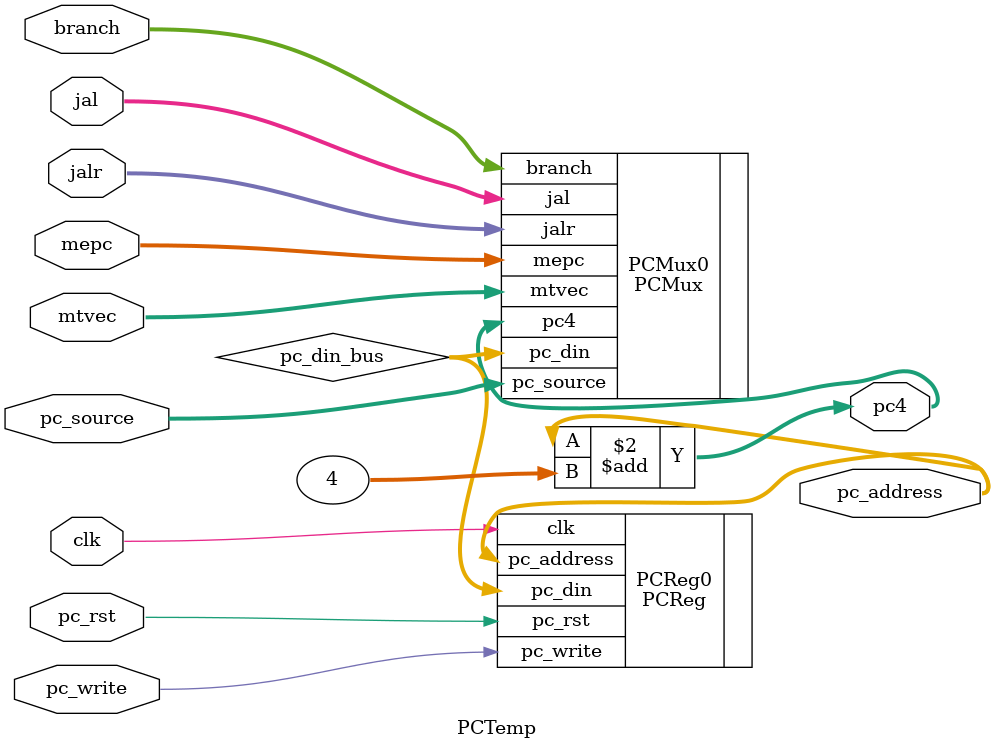
<source format=sv>
`timescale 1ns / 1ps


module PCTemp(pc_address, jalr,
              branch, jal, 
              mtvec, mepc, 
              pc_source, pc_rst, 
              pc_write, clk, pc4);
    /* All necessary wires for both modules.
    PC_DIN is replaced with PC_DIN_BUS to denote the interconnection */
    output logic [31:0] pc_address, pc4;
    input logic [31:0] jalr, branch, jal, mtvec, mepc;
    input logic [3:0] pc_source;
    input logic clk, pc_rst, pc_write;
    logic [31:0] pc_din_bus;
    
    always_comb begin
        pc4 = pc_address + 'h4; 
    end
    
    //Submodules are simply called with appropriate signals
    PCMux PCMux0(.pc4(pc4), .jalr(jalr), 
          .branch(branch), .jal(jal),
          .mtvec(mtvec), .mepc(mepc),
          .pc_din(pc_din_bus), .pc_source(pc_source));
     
    PCReg PCReg0(.pc_din(pc_din_bus), .pc_address(pc_address),
          .pc_rst(pc_rst), .pc_write(pc_write),
          .clk(clk));
endmodule

</source>
